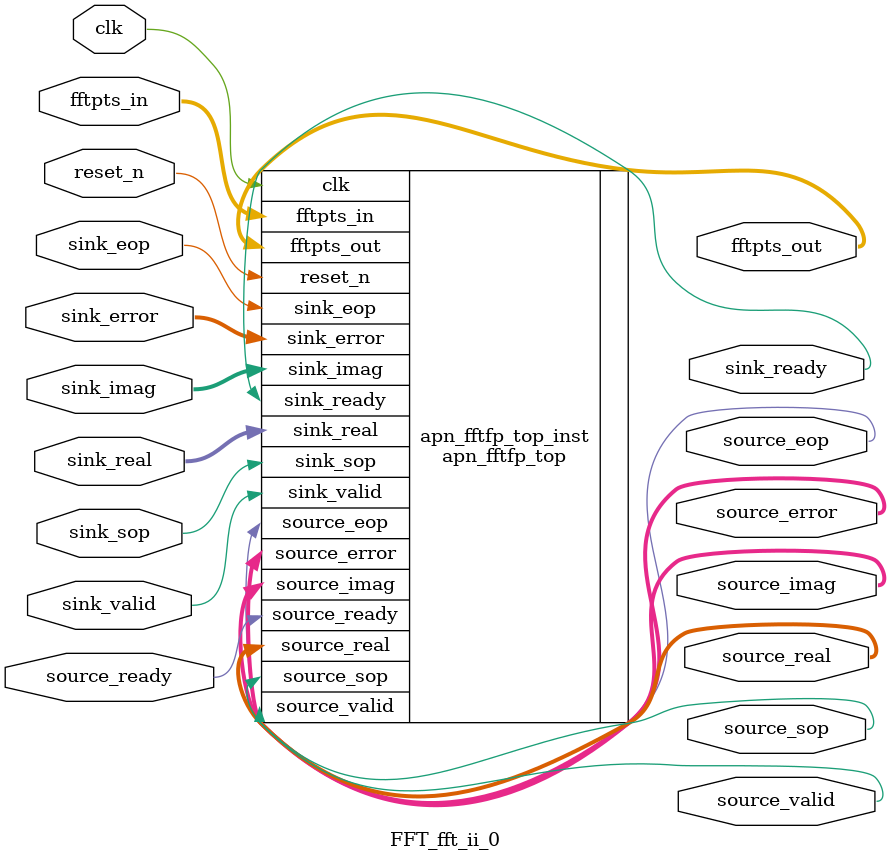
<source format=sv>



module FFT_fft_ii_0 (
   input clk, 
   input reset_n,
	input [10 : 0] fftpts_in,
	input	sink_valid,
	input	sink_sop,
	input	sink_eop,
	input	logic [31 : 0] sink_real,
	input	logic [31 : 0] sink_imag,
	input	logic [1 : 0] sink_error,
	input	source_ready,
   output [10 : 0] fftpts_out,
	output sink_ready,
	output [1 : 0] source_error,
	output source_sop,
	output source_eop,
	output source_valid,
	output [31 : 0] source_real,
	output [31 : 0] source_imag
	);

	apn_fftfp_top #(
		.DEVICE_FAMILY_g("Cyclone V"),
		.MAX_FFTPTS_g(1024),
		.NUM_STAGES_g(5),
		.DATAWIDTH_g(32),
		.TWIDWIDTH_g(32),
		.MAX_GROW_g (0),
		.TWIDROM_BASE_g("FFT_fft_ii_0_"),
		.DSP_ROUNDING_g(0),
		.INPUT_FORMAT_g("NATURAL_ORDER"),
		.OUTPUT_FORMAT_g("DIGIT_REVERSED"),
		.REPRESENTATION_g("FLOATPT"),
		.DSP_ARCH_g(0),
        .PRUNE_g("2,2,3,2,0") 
	)
	apn_fftfp_top_inst (
		.clk(clk),
		.reset_n(reset_n),
		.fftpts_in(fftpts_in),
		.fftpts_out(fftpts_out),
		.sink_valid(sink_valid),
		.sink_sop(sink_sop),
		.sink_eop(sink_eop),
		.sink_real(sink_real),
		.sink_imag(sink_imag),
		.sink_ready(sink_ready),
		.sink_error(sink_error),
		.source_error(source_error),
		.source_ready(source_ready),
		.source_sop(source_sop),
		.source_eop(source_eop),
		.source_valid(source_valid),
		.source_real(source_real),
		.source_imag(source_imag)
	);
endmodule


</source>
